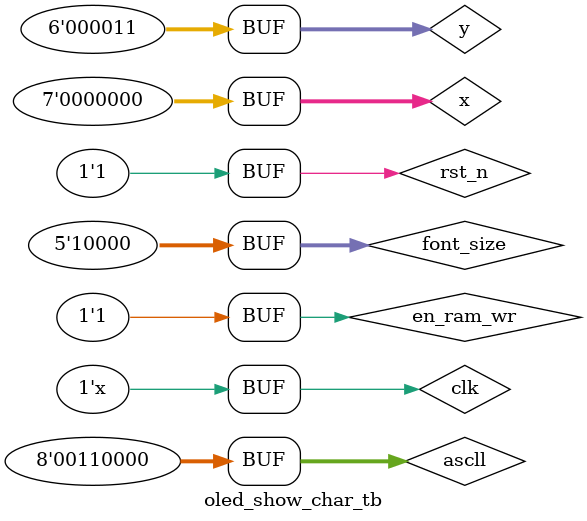
<source format=v>
`timescale 1ns/1ns //仿真单位为1ns，精度为1ns
 
module oled_show_char_tb();
 
reg clk;
reg rst_n;
reg [7:0]ascll;
reg [4:0]font_size;
reg [6:0]x;
reg [5:0]y;
reg en_ram_wr;
 
wire wren;
wire [9:0] wraddress;
wire [7:0] data;
 
oled_show_char oled_show_char_inst(
	.clk(clk),
	.rst_n(rst_n),
	.ascll(ascll),
	.font_size(font_size),
	.x(x),
	.y(y),
	.en_ram_wr(en_ram_wr),
	.wren(wren),
	.wraddress(wraddress),
	.data(data)
);
 
initial begin
	#0	clk = 0;
		rst_n = 0;
		ascll = 8'd48;
		font_size = 5'd16;
		x = 7'd0;
		y = 6'd3;
		en_ram_wr = 1'b1;
		
	#20 rst_n = 1;
end
always #5 clk = ~clk;
endmodule
</source>
